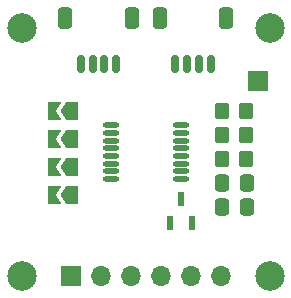
<source format=gbr>
%TF.GenerationSoftware,KiCad,Pcbnew,(6.0.7)*%
%TF.CreationDate,2022-10-15T10:30:28-05:00*%
%TF.ProjectId,ADS1219,41445331-3231-4392-9e6b-696361645f70,4*%
%TF.SameCoordinates,Original*%
%TF.FileFunction,Soldermask,Top*%
%TF.FilePolarity,Negative*%
%FSLAX46Y46*%
G04 Gerber Fmt 4.6, Leading zero omitted, Abs format (unit mm)*
G04 Created by KiCad (PCBNEW (6.0.7)) date 2022-10-15 10:30:28*
%MOMM*%
%LPD*%
G01*
G04 APERTURE LIST*
G04 Aperture macros list*
%AMRoundRect*
0 Rectangle with rounded corners*
0 $1 Rounding radius*
0 $2 $3 $4 $5 $6 $7 $8 $9 X,Y pos of 4 corners*
0 Add a 4 corners polygon primitive as box body*
4,1,4,$2,$3,$4,$5,$6,$7,$8,$9,$2,$3,0*
0 Add four circle primitives for the rounded corners*
1,1,$1+$1,$2,$3*
1,1,$1+$1,$4,$5*
1,1,$1+$1,$6,$7*
1,1,$1+$1,$8,$9*
0 Add four rect primitives between the rounded corners*
20,1,$1+$1,$2,$3,$4,$5,0*
20,1,$1+$1,$4,$5,$6,$7,0*
20,1,$1+$1,$6,$7,$8,$9,0*
20,1,$1+$1,$8,$9,$2,$3,0*%
%AMFreePoly0*
4,1,6,1.000000,0.000000,0.500000,-0.750000,-0.500000,-0.750000,-0.500000,0.750000,0.500000,0.750000,1.000000,0.000000,1.000000,0.000000,$1*%
%AMFreePoly1*
4,1,6,0.500000,-0.750000,-0.650000,-0.750000,-0.150000,0.000000,-0.650000,0.750000,0.500000,0.750000,0.500000,-0.750000,0.500000,-0.750000,$1*%
G04 Aperture macros list end*
%ADD10R,0.568000X1.258799*%
%ADD11R,1.700000X1.700000*%
%ADD12O,1.400000X0.449999*%
%ADD13RoundRect,0.150000X0.150000X0.625000X-0.150000X0.625000X-0.150000X-0.625000X0.150000X-0.625000X0*%
%ADD14RoundRect,0.250000X0.350000X0.650000X-0.350000X0.650000X-0.350000X-0.650000X0.350000X-0.650000X0*%
%ADD15C,2.500000*%
%ADD16FreePoly0,180.000000*%
%ADD17FreePoly1,180.000000*%
%ADD18RoundRect,0.250000X0.350000X0.450000X-0.350000X0.450000X-0.350000X-0.450000X0.350000X-0.450000X0*%
%ADD19RoundRect,0.250000X0.337500X0.475000X-0.337500X0.475000X-0.337500X-0.475000X0.337500X-0.475000X0*%
%ADD20O,1.700000X1.700000*%
%ADD21RoundRect,0.250000X-0.337500X-0.475000X0.337500X-0.475000X0.337500X0.475000X-0.337500X0.475000X0*%
G04 APERTURE END LIST*
D10*
%TO.C,U2*%
X173500000Y-90484000D03*
X174449960Y-92516000D03*
X172550040Y-92516000D03*
%TD*%
D11*
%TO.C,J4*%
X180000000Y-80500000D03*
%TD*%
D12*
%TO.C,U1*%
X167550001Y-84225001D03*
X167550001Y-84875002D03*
X167550001Y-85525001D03*
X167550001Y-86175002D03*
X167550001Y-86825001D03*
X167550001Y-87475002D03*
X167550001Y-88125001D03*
X167550001Y-88775002D03*
X173450002Y-88775002D03*
X173450002Y-88125001D03*
X173450002Y-87475002D03*
X173450002Y-86825001D03*
X173450002Y-86175002D03*
X173450002Y-85525001D03*
X173450002Y-84875002D03*
X173450002Y-84225001D03*
%TD*%
D13*
%TO.C,J1*%
X168000000Y-79000000D03*
X167000000Y-79000000D03*
X166000000Y-79000000D03*
X165000000Y-79000000D03*
D14*
X163700000Y-75125000D03*
X169300000Y-75125000D03*
%TD*%
D15*
%TO.C,H2*%
X181000000Y-76000000D03*
%TD*%
D16*
%TO.C,JP3*%
X164225000Y-87748570D03*
D17*
X162775000Y-87748570D03*
%TD*%
D13*
%TO.C,J3*%
X176000000Y-79000000D03*
X175000000Y-79000000D03*
X174000000Y-79000000D03*
X173000000Y-79000000D03*
D14*
X171700000Y-75125000D03*
X177300000Y-75125000D03*
%TD*%
D15*
%TO.C,H1*%
X160000000Y-76000000D03*
%TD*%
%TO.C,H4*%
X181000000Y-97000000D03*
%TD*%
D18*
%TO.C,R3*%
X179000000Y-83000000D03*
X177000000Y-83000000D03*
%TD*%
D16*
%TO.C,JP1*%
X164225000Y-83000000D03*
D17*
X162775000Y-83000000D03*
%TD*%
D19*
%TO.C,C1*%
X179037500Y-89096000D03*
X176962500Y-89096000D03*
%TD*%
D18*
%TO.C,R2*%
X179000000Y-87064000D03*
X177000000Y-87064000D03*
%TD*%
D15*
%TO.C,H3*%
X160020000Y-97000000D03*
%TD*%
D18*
%TO.C,R1*%
X179000000Y-85032000D03*
X177000000Y-85032000D03*
%TD*%
D11*
%TO.C,J2*%
X164150000Y-97000000D03*
D20*
X166690000Y-97000000D03*
X169230000Y-97000000D03*
X171770000Y-97000000D03*
X174310000Y-97000000D03*
X176850000Y-97000000D03*
%TD*%
D16*
%TO.C,JP4*%
X164225000Y-90122855D03*
D17*
X162775000Y-90122855D03*
%TD*%
D16*
%TO.C,JP2*%
X164225000Y-85374285D03*
D17*
X162775000Y-85374285D03*
%TD*%
D21*
%TO.C,C2*%
X176962500Y-91128000D03*
X179037500Y-91128000D03*
%TD*%
M02*

</source>
